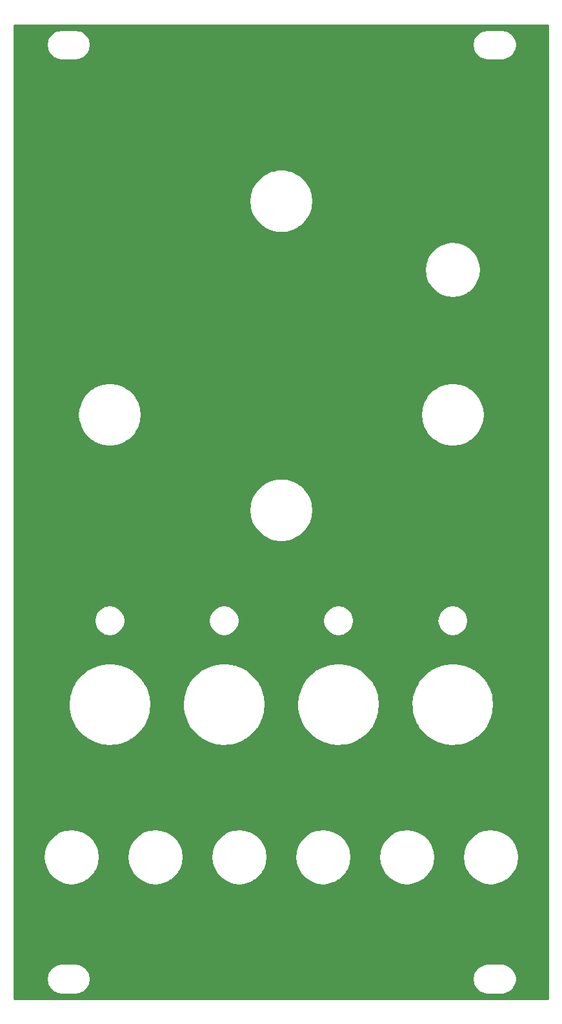
<source format=gbl>
G04 #@! TF.GenerationSoftware,KiCad,Pcbnew,(5.0.0-rc2)*
G04 #@! TF.CreationDate,2020-07-08T18:21:40+03:00*
G04 #@! TF.ProjectId,DELPNL2,44454C504E4C322E6B696361645F7063,rev?*
G04 #@! TF.SameCoordinates,PX2549e60PY82a7440*
G04 #@! TF.FileFunction,Copper,L2,Bot,Signal*
G04 #@! TF.FilePolarity,Positive*
%FSLAX46Y46*%
G04 Gerber Fmt 4.6, Leading zero omitted, Abs format (unit mm)*
G04 Created by KiCad (PCBNEW (5.0.0-rc2)) date Wed Jul  8 18:21:40 2020*
%MOMM*%
%LPD*%
G01*
G04 APERTURE LIST*
G04 #@! TA.AperFunction,NonConductor*
%ADD10C,0.254000*%
G04 #@! TD*
G04 APERTURE END LIST*
D10*
G36*
X70393000Y407000D02*
X407000Y407000D01*
X407000Y3063669D01*
X4598011Y3063669D01*
X4598011Y2936331D01*
X4676321Y2441905D01*
X4676321Y2441904D01*
X4715670Y2320799D01*
X4942933Y1874770D01*
X5017781Y1771752D01*
X5371752Y1417780D01*
X5474770Y1342933D01*
X5920799Y1115670D01*
X6041904Y1076321D01*
X6528449Y999259D01*
X6559917Y993000D01*
X8440083Y993000D01*
X8471551Y999259D01*
X8958096Y1076321D01*
X9079201Y1115670D01*
X9525230Y1342933D01*
X9628248Y1417781D01*
X9982220Y1771752D01*
X10057067Y1874770D01*
X10284330Y2320799D01*
X10323679Y2441904D01*
X10323679Y2441905D01*
X10401989Y2936331D01*
X10401989Y3063669D01*
X60498011Y3063669D01*
X60498011Y2936331D01*
X60576321Y2441905D01*
X60576321Y2441904D01*
X60615670Y2320799D01*
X60842933Y1874770D01*
X60917781Y1771752D01*
X61271752Y1417780D01*
X61374770Y1342933D01*
X61820799Y1115670D01*
X61941904Y1076321D01*
X62428449Y999259D01*
X62459917Y993000D01*
X64340083Y993000D01*
X64371551Y999259D01*
X64858096Y1076321D01*
X64979201Y1115670D01*
X65425230Y1342933D01*
X65528248Y1417781D01*
X65882220Y1771752D01*
X65957067Y1874770D01*
X66184330Y2320799D01*
X66223679Y2441904D01*
X66223679Y2441905D01*
X66301989Y2936331D01*
X66301989Y3063669D01*
X66223679Y3558096D01*
X66217272Y3577816D01*
X66184330Y3679201D01*
X65957067Y4125230D01*
X65904188Y4198011D01*
X65882220Y4228248D01*
X65528248Y4582219D01*
X65425230Y4657067D01*
X64979201Y4884330D01*
X64858096Y4923679D01*
X64371551Y5000741D01*
X64340083Y5007000D01*
X62459917Y5007000D01*
X62428449Y5000741D01*
X61941904Y4923679D01*
X61820799Y4884330D01*
X61374770Y4657067D01*
X61271752Y4582220D01*
X60917781Y4228248D01*
X60842933Y4125230D01*
X60615670Y3679201D01*
X60576321Y3558096D01*
X60498011Y3063669D01*
X10401989Y3063669D01*
X10323679Y3558096D01*
X10317272Y3577816D01*
X10284330Y3679201D01*
X10057067Y4125230D01*
X10004188Y4198011D01*
X9982220Y4228248D01*
X9628248Y4582219D01*
X9525230Y4657067D01*
X9079201Y4884330D01*
X8958096Y4923679D01*
X8471551Y5000741D01*
X8440083Y5007000D01*
X6559917Y5007000D01*
X6528449Y5000741D01*
X6041904Y4923679D01*
X5920799Y4884330D01*
X5474770Y4657067D01*
X5371752Y4582220D01*
X5017781Y4228248D01*
X4942933Y4125230D01*
X4715670Y3679201D01*
X4676321Y3558096D01*
X4598011Y3063669D01*
X407000Y3063669D01*
X407000Y18948661D01*
X4223358Y18948661D01*
X4303000Y18318229D01*
X4303000Y18284512D01*
X4309129Y18269716D01*
X4326099Y18135382D01*
X4606468Y17365076D01*
X4823044Y17029016D01*
X4850611Y16962463D01*
X4893709Y16919365D01*
X5050529Y16676028D01*
X5636213Y16102484D01*
X5829502Y15983572D01*
X5862463Y15950611D01*
X5925567Y15924472D01*
X6334410Y15672951D01*
X7110418Y15408776D01*
X7925670Y15323090D01*
X8595821Y15403000D01*
X8615488Y15403000D01*
X8623438Y15406293D01*
X8739646Y15420150D01*
X9511891Y15695134D01*
X9871085Y15923086D01*
X9937537Y15950611D01*
X9977622Y15990696D01*
X10204022Y16134374D01*
X10781641Y16716040D01*
X10912693Y16925767D01*
X10949389Y16962463D01*
X10976457Y17027811D01*
X11216038Y17411221D01*
X11485624Y18185366D01*
X11496650Y18283668D01*
X11497000Y18284512D01*
X11497000Y18286785D01*
X11571241Y18948661D01*
X15223358Y18948661D01*
X15303000Y18318229D01*
X15303000Y18284512D01*
X15309129Y18269716D01*
X15326099Y18135382D01*
X15606468Y17365076D01*
X15823044Y17029016D01*
X15850611Y16962463D01*
X15893709Y16919365D01*
X16050529Y16676028D01*
X16636213Y16102484D01*
X16829502Y15983572D01*
X16862463Y15950611D01*
X16925567Y15924472D01*
X17334410Y15672951D01*
X18110418Y15408776D01*
X18925670Y15323090D01*
X19595821Y15403000D01*
X19615488Y15403000D01*
X19623438Y15406293D01*
X19739646Y15420150D01*
X20511891Y15695134D01*
X20871085Y15923086D01*
X20937537Y15950611D01*
X20977622Y15990696D01*
X21204022Y16134374D01*
X21781641Y16716040D01*
X21912693Y16925767D01*
X21949389Y16962463D01*
X21976457Y17027811D01*
X22216038Y17411221D01*
X22485624Y18185366D01*
X22496650Y18283668D01*
X22497000Y18284512D01*
X22497000Y18286785D01*
X22571241Y18948661D01*
X26223358Y18948661D01*
X26303000Y18318229D01*
X26303000Y18284512D01*
X26309129Y18269716D01*
X26326099Y18135382D01*
X26606468Y17365076D01*
X26823044Y17029016D01*
X26850611Y16962463D01*
X26893709Y16919365D01*
X27050529Y16676028D01*
X27636213Y16102484D01*
X27829502Y15983572D01*
X27862463Y15950611D01*
X27925567Y15924472D01*
X28334410Y15672951D01*
X29110418Y15408776D01*
X29925670Y15323090D01*
X30595821Y15403000D01*
X30615488Y15403000D01*
X30623438Y15406293D01*
X30739646Y15420150D01*
X31511891Y15695134D01*
X31871085Y15923086D01*
X31937537Y15950611D01*
X31977622Y15990696D01*
X32204022Y16134374D01*
X32781641Y16716040D01*
X32912693Y16925767D01*
X32949389Y16962463D01*
X32976457Y17027811D01*
X33216038Y17411221D01*
X33485624Y18185366D01*
X33496650Y18283668D01*
X33497000Y18284512D01*
X33497000Y18286785D01*
X33571241Y18948661D01*
X37223358Y18948661D01*
X37303000Y18318229D01*
X37303000Y18284512D01*
X37309129Y18269716D01*
X37326099Y18135382D01*
X37606468Y17365076D01*
X37823044Y17029016D01*
X37850611Y16962463D01*
X37893709Y16919365D01*
X38050529Y16676028D01*
X38636213Y16102484D01*
X38829502Y15983572D01*
X38862463Y15950611D01*
X38925567Y15924472D01*
X39334410Y15672951D01*
X40110418Y15408776D01*
X40925670Y15323090D01*
X41595821Y15403000D01*
X41615488Y15403000D01*
X41623438Y15406293D01*
X41739646Y15420150D01*
X42511891Y15695134D01*
X42871085Y15923086D01*
X42937537Y15950611D01*
X42977622Y15990696D01*
X43204022Y16134374D01*
X43781641Y16716040D01*
X43912693Y16925767D01*
X43949389Y16962463D01*
X43976457Y17027811D01*
X44216038Y17411221D01*
X44485624Y18185366D01*
X44496650Y18283668D01*
X44497000Y18284512D01*
X44497000Y18286785D01*
X44571241Y18948661D01*
X48223358Y18948661D01*
X48303000Y18318229D01*
X48303000Y18284512D01*
X48309129Y18269716D01*
X48326099Y18135382D01*
X48606468Y17365076D01*
X48823044Y17029016D01*
X48850611Y16962463D01*
X48893709Y16919365D01*
X49050529Y16676028D01*
X49636213Y16102484D01*
X49829502Y15983572D01*
X49862463Y15950611D01*
X49925567Y15924472D01*
X50334410Y15672951D01*
X51110418Y15408776D01*
X51925670Y15323090D01*
X52595821Y15403000D01*
X52615488Y15403000D01*
X52623438Y15406293D01*
X52739646Y15420150D01*
X53511891Y15695134D01*
X53871085Y15923086D01*
X53937537Y15950611D01*
X53977622Y15990696D01*
X54204022Y16134374D01*
X54781641Y16716040D01*
X54912693Y16925767D01*
X54949389Y16962463D01*
X54976457Y17027811D01*
X55216038Y17411221D01*
X55485624Y18185366D01*
X55496650Y18283668D01*
X55497000Y18284512D01*
X55497000Y18286785D01*
X55571241Y18948661D01*
X59223358Y18948661D01*
X59303000Y18318229D01*
X59303000Y18284512D01*
X59309129Y18269716D01*
X59326099Y18135382D01*
X59606468Y17365076D01*
X59823044Y17029016D01*
X59850611Y16962463D01*
X59893709Y16919365D01*
X60050529Y16676028D01*
X60636213Y16102484D01*
X60829502Y15983572D01*
X60862463Y15950611D01*
X60925567Y15924472D01*
X61334410Y15672951D01*
X62110418Y15408776D01*
X62925670Y15323090D01*
X63595821Y15403000D01*
X63615488Y15403000D01*
X63623438Y15406293D01*
X63739646Y15420150D01*
X64511891Y15695134D01*
X64871085Y15923086D01*
X64937537Y15950611D01*
X64977622Y15990696D01*
X65204022Y16134374D01*
X65781641Y16716040D01*
X65912693Y16925767D01*
X65949389Y16962463D01*
X65976457Y17027811D01*
X66216038Y17411221D01*
X66485624Y18185366D01*
X66496650Y18283668D01*
X66497000Y18284512D01*
X66497000Y18286785D01*
X66577000Y19000000D01*
X66575566Y19102668D01*
X66497000Y19661695D01*
X66497000Y19715488D01*
X66485557Y19743113D01*
X66461480Y19914433D01*
X66170384Y20680749D01*
X65975969Y20973366D01*
X65949389Y21037537D01*
X65901551Y21085375D01*
X65716745Y21363530D01*
X65123111Y21928841D01*
X64962108Y22024818D01*
X64937537Y22049389D01*
X64882982Y22071986D01*
X64418985Y22348584D01*
X63639364Y22601898D01*
X62822995Y22676194D01*
X62229468Y22597000D01*
X62184512Y22597000D01*
X62163149Y22588151D01*
X62010453Y22567777D01*
X61242123Y22282038D01*
X60928224Y22076628D01*
X60862463Y22049389D01*
X60816766Y22003692D01*
X60556192Y21833177D01*
X59986751Y21243504D01*
X59879522Y21066448D01*
X59850611Y21037537D01*
X59825937Y20977968D01*
X59562102Y20542325D01*
X59303351Y19764491D01*
X59223358Y18948661D01*
X55571241Y18948661D01*
X55577000Y19000000D01*
X55575566Y19102668D01*
X55497000Y19661695D01*
X55497000Y19715488D01*
X55485557Y19743113D01*
X55461480Y19914433D01*
X55170384Y20680749D01*
X54975969Y20973366D01*
X54949389Y21037537D01*
X54901551Y21085375D01*
X54716745Y21363530D01*
X54123111Y21928841D01*
X53962108Y22024818D01*
X53937537Y22049389D01*
X53882982Y22071986D01*
X53418985Y22348584D01*
X52639364Y22601898D01*
X51822995Y22676194D01*
X51229468Y22597000D01*
X51184512Y22597000D01*
X51163149Y22588151D01*
X51010453Y22567777D01*
X50242123Y22282038D01*
X49928224Y22076628D01*
X49862463Y22049389D01*
X49816766Y22003692D01*
X49556192Y21833177D01*
X48986751Y21243504D01*
X48879522Y21066448D01*
X48850611Y21037537D01*
X48825937Y20977968D01*
X48562102Y20542325D01*
X48303351Y19764491D01*
X48223358Y18948661D01*
X44571241Y18948661D01*
X44577000Y19000000D01*
X44575566Y19102668D01*
X44497000Y19661695D01*
X44497000Y19715488D01*
X44485557Y19743113D01*
X44461480Y19914433D01*
X44170384Y20680749D01*
X43975969Y20973366D01*
X43949389Y21037537D01*
X43901551Y21085375D01*
X43716745Y21363530D01*
X43123111Y21928841D01*
X42962108Y22024818D01*
X42937537Y22049389D01*
X42882982Y22071986D01*
X42418985Y22348584D01*
X41639364Y22601898D01*
X40822995Y22676194D01*
X40229468Y22597000D01*
X40184512Y22597000D01*
X40163149Y22588151D01*
X40010453Y22567777D01*
X39242123Y22282038D01*
X38928224Y22076628D01*
X38862463Y22049389D01*
X38816766Y22003692D01*
X38556192Y21833177D01*
X37986751Y21243504D01*
X37879522Y21066448D01*
X37850611Y21037537D01*
X37825937Y20977968D01*
X37562102Y20542325D01*
X37303351Y19764491D01*
X37223358Y18948661D01*
X33571241Y18948661D01*
X33577000Y19000000D01*
X33575566Y19102668D01*
X33497000Y19661695D01*
X33497000Y19715488D01*
X33485557Y19743113D01*
X33461480Y19914433D01*
X33170384Y20680749D01*
X32975969Y20973366D01*
X32949389Y21037537D01*
X32901551Y21085375D01*
X32716745Y21363530D01*
X32123111Y21928841D01*
X31962108Y22024818D01*
X31937537Y22049389D01*
X31882982Y22071986D01*
X31418985Y22348584D01*
X30639364Y22601898D01*
X29822995Y22676194D01*
X29229468Y22597000D01*
X29184512Y22597000D01*
X29163149Y22588151D01*
X29010453Y22567777D01*
X28242123Y22282038D01*
X27928224Y22076628D01*
X27862463Y22049389D01*
X27816766Y22003692D01*
X27556192Y21833177D01*
X26986751Y21243504D01*
X26879522Y21066448D01*
X26850611Y21037537D01*
X26825937Y20977968D01*
X26562102Y20542325D01*
X26303351Y19764491D01*
X26223358Y18948661D01*
X22571241Y18948661D01*
X22577000Y19000000D01*
X22575566Y19102668D01*
X22497000Y19661695D01*
X22497000Y19715488D01*
X22485557Y19743113D01*
X22461480Y19914433D01*
X22170384Y20680749D01*
X21975969Y20973366D01*
X21949389Y21037537D01*
X21901551Y21085375D01*
X21716745Y21363530D01*
X21123111Y21928841D01*
X20962108Y22024818D01*
X20937537Y22049389D01*
X20882982Y22071986D01*
X20418985Y22348584D01*
X19639364Y22601898D01*
X18822995Y22676194D01*
X18229468Y22597000D01*
X18184512Y22597000D01*
X18163149Y22588151D01*
X18010453Y22567777D01*
X17242123Y22282038D01*
X16928224Y22076628D01*
X16862463Y22049389D01*
X16816766Y22003692D01*
X16556192Y21833177D01*
X15986751Y21243504D01*
X15879522Y21066448D01*
X15850611Y21037537D01*
X15825937Y20977968D01*
X15562102Y20542325D01*
X15303351Y19764491D01*
X15223358Y18948661D01*
X11571241Y18948661D01*
X11577000Y19000000D01*
X11575566Y19102668D01*
X11497000Y19661695D01*
X11497000Y19715488D01*
X11485557Y19743113D01*
X11461480Y19914433D01*
X11170384Y20680749D01*
X10975969Y20973366D01*
X10949389Y21037537D01*
X10901551Y21085375D01*
X10716745Y21363530D01*
X10123111Y21928841D01*
X9962108Y22024818D01*
X9937537Y22049389D01*
X9882982Y22071986D01*
X9418985Y22348584D01*
X8639364Y22601898D01*
X7822995Y22676194D01*
X7229468Y22597000D01*
X7184512Y22597000D01*
X7163149Y22588151D01*
X7010453Y22567777D01*
X6242123Y22282038D01*
X5928224Y22076628D01*
X5862463Y22049389D01*
X5816766Y22003692D01*
X5556192Y21833177D01*
X4986751Y21243504D01*
X4879522Y21066448D01*
X4850611Y21037537D01*
X4825937Y20977968D01*
X4562102Y20542325D01*
X4303351Y19764491D01*
X4223358Y18948661D01*
X407000Y18948661D01*
X407000Y39340764D01*
X7483709Y39340764D01*
X7508966Y38376236D01*
X7553000Y38163604D01*
X7553000Y37936416D01*
X7647089Y37709265D01*
X7704627Y37431424D01*
X8064508Y36536194D01*
X8266113Y36214807D01*
X8367032Y35971168D01*
X8506328Y35831872D01*
X8577232Y35718841D01*
X9226594Y35005201D01*
X9683910Y34654290D01*
X9871168Y34467032D01*
X10000686Y34413384D01*
X10849458Y33975300D01*
X11661209Y33725573D01*
X11836416Y33653000D01*
X12090579Y33653000D01*
X12729534Y33575678D01*
X13692793Y33631219D01*
X13783517Y33653000D01*
X13963584Y33653000D01*
X14211842Y33755832D01*
X14630992Y33856461D01*
X15514477Y34244284D01*
X15712789Y34377544D01*
X15928832Y34467032D01*
X16098594Y34636794D01*
X16315322Y34782429D01*
X17008212Y35453886D01*
X17244460Y35782660D01*
X17432968Y35971168D01*
X17505167Y36145472D01*
X17571247Y36237432D01*
X17986629Y37108299D01*
X18147386Y37695927D01*
X18247000Y37936416D01*
X18247000Y38103613D01*
X18327000Y39000000D01*
X18319562Y39284027D01*
X18311488Y39340764D01*
X22483709Y39340764D01*
X22508966Y38376236D01*
X22553000Y38163604D01*
X22553000Y37936416D01*
X22647089Y37709265D01*
X22704627Y37431424D01*
X23064508Y36536194D01*
X23266113Y36214807D01*
X23367032Y35971168D01*
X23506328Y35831872D01*
X23577232Y35718841D01*
X24226594Y35005201D01*
X24683910Y34654290D01*
X24871168Y34467032D01*
X25000686Y34413384D01*
X25849458Y33975300D01*
X26661209Y33725573D01*
X26836416Y33653000D01*
X27090579Y33653000D01*
X27729534Y33575678D01*
X28692793Y33631219D01*
X28783517Y33653000D01*
X28963584Y33653000D01*
X29211842Y33755832D01*
X29630992Y33856461D01*
X30514477Y34244284D01*
X30712789Y34377544D01*
X30928832Y34467032D01*
X31098594Y34636794D01*
X31315322Y34782429D01*
X32008212Y35453886D01*
X32244460Y35782660D01*
X32432968Y35971168D01*
X32505167Y36145472D01*
X32571247Y36237432D01*
X32986629Y37108299D01*
X33147386Y37695927D01*
X33247000Y37936416D01*
X33247000Y38103613D01*
X33327000Y39000000D01*
X33319562Y39284027D01*
X33311488Y39340764D01*
X37483709Y39340764D01*
X37508966Y38376236D01*
X37553000Y38163604D01*
X37553000Y37936416D01*
X37647089Y37709265D01*
X37704627Y37431424D01*
X38064508Y36536194D01*
X38266113Y36214807D01*
X38367032Y35971168D01*
X38506328Y35831872D01*
X38577232Y35718841D01*
X39226594Y35005201D01*
X39683910Y34654290D01*
X39871168Y34467032D01*
X40000686Y34413384D01*
X40849458Y33975300D01*
X41661209Y33725573D01*
X41836416Y33653000D01*
X42090579Y33653000D01*
X42729534Y33575678D01*
X43692793Y33631219D01*
X43783517Y33653000D01*
X43963584Y33653000D01*
X44211842Y33755832D01*
X44630992Y33856461D01*
X45514477Y34244284D01*
X45712789Y34377544D01*
X45928832Y34467032D01*
X46098594Y34636794D01*
X46315322Y34782429D01*
X47008212Y35453886D01*
X47244460Y35782660D01*
X47432968Y35971168D01*
X47505167Y36145472D01*
X47571247Y36237432D01*
X47986629Y37108299D01*
X48147386Y37695927D01*
X48247000Y37936416D01*
X48247000Y38103613D01*
X48327000Y39000000D01*
X48319562Y39284027D01*
X48311488Y39340764D01*
X52483709Y39340764D01*
X52508966Y38376236D01*
X52553000Y38163604D01*
X52553000Y37936416D01*
X52647089Y37709265D01*
X52704627Y37431424D01*
X53064508Y36536194D01*
X53266113Y36214807D01*
X53367032Y35971168D01*
X53506328Y35831872D01*
X53577232Y35718841D01*
X54226594Y35005201D01*
X54683910Y34654290D01*
X54871168Y34467032D01*
X55000686Y34413384D01*
X55849458Y33975300D01*
X56661209Y33725573D01*
X56836416Y33653000D01*
X57090579Y33653000D01*
X57729534Y33575678D01*
X58692793Y33631219D01*
X58783517Y33653000D01*
X58963584Y33653000D01*
X59211842Y33755832D01*
X59630992Y33856461D01*
X60514477Y34244284D01*
X60712789Y34377544D01*
X60928832Y34467032D01*
X61098594Y34636794D01*
X61315322Y34782429D01*
X62008212Y35453886D01*
X62244460Y35782660D01*
X62432968Y35971168D01*
X62505167Y36145472D01*
X62571247Y36237432D01*
X62986629Y37108299D01*
X63147386Y37695927D01*
X63247000Y37936416D01*
X63247000Y38103613D01*
X63327000Y39000000D01*
X63319562Y39284027D01*
X63247000Y39793877D01*
X63247000Y40063584D01*
X63188523Y40204760D01*
X63183613Y40239260D01*
X62880654Y41155322D01*
X62518521Y41822289D01*
X62432968Y42028832D01*
X62266036Y42195764D01*
X61816993Y42756261D01*
X61089911Y43390535D01*
X61043472Y43418328D01*
X60928832Y43532968D01*
X60679045Y43636433D01*
X60261999Y43886030D01*
X59359428Y44227083D01*
X59166978Y44262752D01*
X58963584Y44347000D01*
X58712416Y44347000D01*
X58410726Y44402915D01*
X57445880Y44407967D01*
X57096556Y44347000D01*
X56836416Y44347000D01*
X56646992Y44268538D01*
X56495389Y44242079D01*
X55589296Y43910496D01*
X55118680Y43635491D01*
X54871168Y43532968D01*
X54769853Y43431653D01*
X54756241Y43423699D01*
X54022557Y42797073D01*
X53514283Y42176083D01*
X53367032Y42028832D01*
X53272823Y41801392D01*
X52942189Y41207360D01*
X52629654Y40294521D01*
X52618521Y40221765D01*
X52553000Y40063584D01*
X52553000Y39793584D01*
X52483709Y39340764D01*
X48311488Y39340764D01*
X48247000Y39793877D01*
X48247000Y40063584D01*
X48188523Y40204760D01*
X48183613Y40239260D01*
X47880654Y41155322D01*
X47518521Y41822289D01*
X47432968Y42028832D01*
X47266036Y42195764D01*
X46816993Y42756261D01*
X46089911Y43390535D01*
X46043472Y43418328D01*
X45928832Y43532968D01*
X45679045Y43636433D01*
X45261999Y43886030D01*
X44359428Y44227083D01*
X44166978Y44262752D01*
X43963584Y44347000D01*
X43712416Y44347000D01*
X43410726Y44402915D01*
X42445880Y44407967D01*
X42096556Y44347000D01*
X41836416Y44347000D01*
X41646992Y44268538D01*
X41495389Y44242079D01*
X40589296Y43910496D01*
X40118680Y43635491D01*
X39871168Y43532968D01*
X39769853Y43431653D01*
X39756241Y43423699D01*
X39022557Y42797073D01*
X38514283Y42176083D01*
X38367032Y42028832D01*
X38272823Y41801392D01*
X37942189Y41207360D01*
X37629654Y40294521D01*
X37618521Y40221765D01*
X37553000Y40063584D01*
X37553000Y39793584D01*
X37483709Y39340764D01*
X33311488Y39340764D01*
X33247000Y39793877D01*
X33247000Y40063584D01*
X33188523Y40204760D01*
X33183613Y40239260D01*
X32880654Y41155322D01*
X32518521Y41822289D01*
X32432968Y42028832D01*
X32266036Y42195764D01*
X31816993Y42756261D01*
X31089911Y43390535D01*
X31043472Y43418328D01*
X30928832Y43532968D01*
X30679045Y43636433D01*
X30261999Y43886030D01*
X29359428Y44227083D01*
X29166978Y44262752D01*
X28963584Y44347000D01*
X28712416Y44347000D01*
X28410726Y44402915D01*
X27445880Y44407967D01*
X27096556Y44347000D01*
X26836416Y44347000D01*
X26646992Y44268538D01*
X26495389Y44242079D01*
X25589296Y43910496D01*
X25118680Y43635491D01*
X24871168Y43532968D01*
X24769853Y43431653D01*
X24756241Y43423699D01*
X24022557Y42797073D01*
X23514283Y42176083D01*
X23367032Y42028832D01*
X23272823Y41801392D01*
X22942189Y41207360D01*
X22629654Y40294521D01*
X22618521Y40221765D01*
X22553000Y40063584D01*
X22553000Y39793584D01*
X22483709Y39340764D01*
X18311488Y39340764D01*
X18247000Y39793877D01*
X18247000Y40063584D01*
X18188523Y40204760D01*
X18183613Y40239260D01*
X17880654Y41155322D01*
X17518521Y41822289D01*
X17432968Y42028832D01*
X17266036Y42195764D01*
X16816993Y42756261D01*
X16089911Y43390535D01*
X16043472Y43418328D01*
X15928832Y43532968D01*
X15679045Y43636433D01*
X15261999Y43886030D01*
X14359428Y44227083D01*
X14166978Y44262752D01*
X13963584Y44347000D01*
X13712416Y44347000D01*
X13410726Y44402915D01*
X12445880Y44407967D01*
X12096556Y44347000D01*
X11836416Y44347000D01*
X11646992Y44268538D01*
X11495389Y44242079D01*
X10589296Y43910496D01*
X10118680Y43635491D01*
X9871168Y43532968D01*
X9769853Y43431653D01*
X9756241Y43423699D01*
X9022557Y42797073D01*
X8514283Y42176083D01*
X8367032Y42028832D01*
X8272823Y41801392D01*
X7942189Y41207360D01*
X7629654Y40294521D01*
X7618521Y40221765D01*
X7553000Y40063584D01*
X7553000Y39793584D01*
X7483709Y39340764D01*
X407000Y39340764D01*
X407000Y50000000D01*
X10873000Y50000000D01*
X10972208Y49373623D01*
X11260123Y48808559D01*
X11708559Y48360123D01*
X12273623Y48072208D01*
X12900000Y47973000D01*
X13526377Y48072208D01*
X14091441Y48360123D01*
X14539877Y48808559D01*
X14827792Y49373623D01*
X14927000Y50000000D01*
X25873000Y50000000D01*
X25972208Y49373623D01*
X26260123Y48808559D01*
X26708559Y48360123D01*
X27273623Y48072208D01*
X27900000Y47973000D01*
X28526377Y48072208D01*
X29091441Y48360123D01*
X29539877Y48808559D01*
X29827792Y49373623D01*
X29927000Y50000000D01*
X40873000Y50000000D01*
X40972208Y49373623D01*
X41260123Y48808559D01*
X41708559Y48360123D01*
X42273623Y48072208D01*
X42900000Y47973000D01*
X43526377Y48072208D01*
X44091441Y48360123D01*
X44539877Y48808559D01*
X44827792Y49373623D01*
X44927000Y50000000D01*
X55873000Y50000000D01*
X55972208Y49373623D01*
X56260123Y48808559D01*
X56708559Y48360123D01*
X57273623Y48072208D01*
X57900000Y47973000D01*
X58526377Y48072208D01*
X59091441Y48360123D01*
X59539877Y48808559D01*
X59827792Y49373623D01*
X59927000Y50000000D01*
X59827792Y50626377D01*
X59539877Y51191441D01*
X59091441Y51639877D01*
X58526377Y51927792D01*
X57900000Y52027000D01*
X57273623Y51927792D01*
X56708559Y51639877D01*
X56260123Y51191441D01*
X55972208Y50626377D01*
X55873000Y50000000D01*
X44927000Y50000000D01*
X44827792Y50626377D01*
X44539877Y51191441D01*
X44091441Y51639877D01*
X43526377Y51927792D01*
X42900000Y52027000D01*
X42273623Y51927792D01*
X41708559Y51639877D01*
X41260123Y51191441D01*
X40972208Y50626377D01*
X40873000Y50000000D01*
X29927000Y50000000D01*
X29827792Y50626377D01*
X29539877Y51191441D01*
X29091441Y51639877D01*
X28526377Y51927792D01*
X27900000Y52027000D01*
X27273623Y51927792D01*
X26708559Y51639877D01*
X26260123Y51191441D01*
X25972208Y50626377D01*
X25873000Y50000000D01*
X14927000Y50000000D01*
X14827792Y50626377D01*
X14539877Y51191441D01*
X14091441Y51639877D01*
X13526377Y51927792D01*
X12900000Y52027000D01*
X12273623Y51927792D01*
X11708559Y51639877D01*
X11260123Y51191441D01*
X10972208Y50626377D01*
X10873000Y50000000D01*
X407000Y50000000D01*
X407000Y64500000D01*
X31223000Y64500000D01*
X31303000Y63738847D01*
X31303000Y63685056D01*
X31310576Y63666766D01*
X31314277Y63631553D01*
X31584121Y62801061D01*
X31885089Y62279769D01*
X31926731Y62179236D01*
X31965535Y62140432D01*
X32020736Y62044821D01*
X32605041Y61395884D01*
X32989166Y61116801D01*
X33079236Y61026731D01*
X33158097Y60994066D01*
X33311500Y60882612D01*
X34109236Y60527437D01*
X34469522Y60450856D01*
X34585056Y60403000D01*
X34694666Y60403000D01*
X34963385Y60345882D01*
X35836615Y60345882D01*
X36105334Y60403000D01*
X36214944Y60403000D01*
X36330478Y60450856D01*
X36690764Y60527437D01*
X37488500Y60882612D01*
X37641903Y60994066D01*
X37720764Y61026731D01*
X37810834Y61116801D01*
X38194959Y61395884D01*
X38779264Y62044821D01*
X38834465Y62140432D01*
X38873269Y62179236D01*
X38914911Y62279769D01*
X39215879Y62801061D01*
X39485723Y63631553D01*
X39489424Y63666766D01*
X39497000Y63685056D01*
X39497000Y63738847D01*
X39577000Y64500000D01*
X39497000Y65261153D01*
X39497000Y65314944D01*
X39489424Y65333234D01*
X39485723Y65368447D01*
X39215879Y66198939D01*
X38914911Y66720231D01*
X38873269Y66820764D01*
X38834465Y66859568D01*
X38779264Y66955179D01*
X38194959Y67604116D01*
X37810834Y67883199D01*
X37720764Y67973269D01*
X37641903Y68005934D01*
X37488500Y68117388D01*
X36690764Y68472563D01*
X36330478Y68549144D01*
X36214944Y68597000D01*
X36105334Y68597000D01*
X35836615Y68654118D01*
X34963385Y68654118D01*
X34694666Y68597000D01*
X34585056Y68597000D01*
X34469522Y68549144D01*
X34109236Y68472563D01*
X33311500Y68117388D01*
X33158097Y68005934D01*
X33079236Y67973269D01*
X32989166Y67883199D01*
X32605041Y67604116D01*
X32020736Y66955179D01*
X31965535Y66859568D01*
X31926731Y66820764D01*
X31885089Y66720231D01*
X31584121Y66198939D01*
X31314277Y65368447D01*
X31310576Y65333234D01*
X31303000Y65314944D01*
X31303000Y65261153D01*
X31223000Y64500000D01*
X407000Y64500000D01*
X407000Y77000000D01*
X8723000Y77000000D01*
X8803000Y76238847D01*
X8803000Y76185056D01*
X8810576Y76166766D01*
X8814277Y76131553D01*
X9084121Y75301061D01*
X9385089Y74779769D01*
X9426731Y74679236D01*
X9465535Y74640432D01*
X9520736Y74544821D01*
X10105041Y73895884D01*
X10489166Y73616801D01*
X10579236Y73526731D01*
X10658097Y73494066D01*
X10811500Y73382612D01*
X11609236Y73027437D01*
X11969522Y72950856D01*
X12085056Y72903000D01*
X12194666Y72903000D01*
X12463385Y72845882D01*
X13336615Y72845882D01*
X13605334Y72903000D01*
X13714944Y72903000D01*
X13830478Y72950856D01*
X14190764Y73027437D01*
X14988500Y73382612D01*
X15141903Y73494066D01*
X15220764Y73526731D01*
X15310834Y73616801D01*
X15694959Y73895884D01*
X16279264Y74544821D01*
X16334465Y74640432D01*
X16373269Y74679236D01*
X16414911Y74779769D01*
X16715879Y75301061D01*
X16985723Y76131553D01*
X16989424Y76166766D01*
X16997000Y76185056D01*
X16997000Y76238847D01*
X17077000Y77000000D01*
X53723000Y77000000D01*
X53803000Y76238847D01*
X53803000Y76185056D01*
X53810576Y76166766D01*
X53814277Y76131553D01*
X54084121Y75301061D01*
X54385089Y74779769D01*
X54426731Y74679236D01*
X54465535Y74640432D01*
X54520736Y74544821D01*
X55105041Y73895884D01*
X55489166Y73616801D01*
X55579236Y73526731D01*
X55658097Y73494066D01*
X55811500Y73382612D01*
X56609236Y73027437D01*
X56969522Y72950856D01*
X57085056Y72903000D01*
X57194666Y72903000D01*
X57463385Y72845882D01*
X58336615Y72845882D01*
X58605334Y72903000D01*
X58714944Y72903000D01*
X58830478Y72950856D01*
X59190764Y73027437D01*
X59988500Y73382612D01*
X60141903Y73494066D01*
X60220764Y73526731D01*
X60310834Y73616801D01*
X60694959Y73895884D01*
X61279264Y74544821D01*
X61334465Y74640432D01*
X61373269Y74679236D01*
X61414911Y74779769D01*
X61715879Y75301061D01*
X61985723Y76131553D01*
X61989424Y76166766D01*
X61997000Y76185056D01*
X61997000Y76238847D01*
X62077000Y77000000D01*
X61997000Y77761153D01*
X61997000Y77814944D01*
X61989424Y77833234D01*
X61985723Y77868447D01*
X61715879Y78698939D01*
X61414911Y79220231D01*
X61373269Y79320764D01*
X61334465Y79359568D01*
X61279264Y79455179D01*
X60694959Y80104116D01*
X60310834Y80383199D01*
X60220764Y80473269D01*
X60141903Y80505934D01*
X59988500Y80617388D01*
X59190764Y80972563D01*
X58830478Y81049144D01*
X58714944Y81097000D01*
X58605334Y81097000D01*
X58336615Y81154118D01*
X57463385Y81154118D01*
X57194666Y81097000D01*
X57085056Y81097000D01*
X56969522Y81049144D01*
X56609236Y80972563D01*
X55811500Y80617388D01*
X55658097Y80505934D01*
X55579236Y80473269D01*
X55489166Y80383199D01*
X55105041Y80104116D01*
X54520736Y79455179D01*
X54465535Y79359568D01*
X54426731Y79320764D01*
X54385089Y79220231D01*
X54084121Y78698939D01*
X53814277Y77868447D01*
X53810576Y77833234D01*
X53803000Y77814944D01*
X53803000Y77761153D01*
X53723000Y77000000D01*
X17077000Y77000000D01*
X16997000Y77761153D01*
X16997000Y77814944D01*
X16989424Y77833234D01*
X16985723Y77868447D01*
X16715879Y78698939D01*
X16414911Y79220231D01*
X16373269Y79320764D01*
X16334465Y79359568D01*
X16279264Y79455179D01*
X15694959Y80104116D01*
X15310834Y80383199D01*
X15220764Y80473269D01*
X15141903Y80505934D01*
X14988500Y80617388D01*
X14190764Y80972563D01*
X13830478Y81049144D01*
X13714944Y81097000D01*
X13605334Y81097000D01*
X13336615Y81154118D01*
X12463385Y81154118D01*
X12194666Y81097000D01*
X12085056Y81097000D01*
X11969522Y81049144D01*
X11609236Y80972563D01*
X10811500Y80617388D01*
X10658097Y80505934D01*
X10579236Y80473269D01*
X10489166Y80383199D01*
X10105041Y80104116D01*
X9520736Y79455179D01*
X9465535Y79359568D01*
X9426731Y79320764D01*
X9385089Y79220231D01*
X9084121Y78698939D01*
X8814277Y77868447D01*
X8810576Y77833234D01*
X8803000Y77814944D01*
X8803000Y77761153D01*
X8723000Y77000000D01*
X407000Y77000000D01*
X407000Y95948661D01*
X54223358Y95948661D01*
X54303000Y95318229D01*
X54303000Y95284512D01*
X54309129Y95269716D01*
X54326099Y95135382D01*
X54606468Y94365076D01*
X54823044Y94029016D01*
X54850611Y93962463D01*
X54893709Y93919365D01*
X55050529Y93676028D01*
X55636213Y93102484D01*
X55829502Y92983572D01*
X55862463Y92950611D01*
X55925567Y92924472D01*
X56334410Y92672951D01*
X57110418Y92408776D01*
X57925670Y92323090D01*
X58595821Y92403000D01*
X58615488Y92403000D01*
X58623438Y92406293D01*
X58739646Y92420150D01*
X59511891Y92695134D01*
X59871085Y92923086D01*
X59937537Y92950611D01*
X59977622Y92990696D01*
X60204022Y93134374D01*
X60781641Y93716040D01*
X60912693Y93925767D01*
X60949389Y93962463D01*
X60976457Y94027811D01*
X61216038Y94411221D01*
X61485624Y95185366D01*
X61496650Y95283668D01*
X61497000Y95284512D01*
X61497000Y95286785D01*
X61577000Y96000000D01*
X61575566Y96102668D01*
X61497000Y96661695D01*
X61497000Y96715488D01*
X61485557Y96743113D01*
X61461480Y96914433D01*
X61170384Y97680749D01*
X60975969Y97973366D01*
X60949389Y98037537D01*
X60901551Y98085375D01*
X60716745Y98363530D01*
X60123111Y98928841D01*
X59962108Y99024818D01*
X59937537Y99049389D01*
X59882982Y99071986D01*
X59418985Y99348584D01*
X58639364Y99601898D01*
X57822995Y99676194D01*
X57229468Y99597000D01*
X57184512Y99597000D01*
X57163149Y99588151D01*
X57010453Y99567777D01*
X56242123Y99282038D01*
X55928224Y99076628D01*
X55862463Y99049389D01*
X55816766Y99003692D01*
X55556192Y98833177D01*
X54986751Y98243504D01*
X54879522Y98066448D01*
X54850611Y98037537D01*
X54825937Y97977968D01*
X54562102Y97542325D01*
X54303351Y96764491D01*
X54223358Y95948661D01*
X407000Y95948661D01*
X407000Y105000000D01*
X31223000Y105000000D01*
X31303000Y104238847D01*
X31303000Y104185056D01*
X31310576Y104166766D01*
X31314277Y104131553D01*
X31584121Y103301061D01*
X31885089Y102779769D01*
X31926731Y102679236D01*
X31965535Y102640432D01*
X32020736Y102544821D01*
X32605041Y101895884D01*
X32989166Y101616801D01*
X33079236Y101526731D01*
X33158097Y101494066D01*
X33311500Y101382612D01*
X34109236Y101027437D01*
X34469522Y100950856D01*
X34585056Y100903000D01*
X34694666Y100903000D01*
X34963385Y100845882D01*
X35836615Y100845882D01*
X36105334Y100903000D01*
X36214944Y100903000D01*
X36330478Y100950856D01*
X36690764Y101027437D01*
X37488500Y101382612D01*
X37641903Y101494066D01*
X37720764Y101526731D01*
X37810834Y101616801D01*
X38194959Y101895884D01*
X38779264Y102544821D01*
X38834465Y102640432D01*
X38873269Y102679236D01*
X38914911Y102779769D01*
X39215879Y103301061D01*
X39485723Y104131553D01*
X39489424Y104166766D01*
X39497000Y104185056D01*
X39497000Y104238847D01*
X39577000Y105000000D01*
X39497000Y105761153D01*
X39497000Y105814944D01*
X39489424Y105833234D01*
X39485723Y105868447D01*
X39215879Y106698939D01*
X38914911Y107220231D01*
X38873269Y107320764D01*
X38834465Y107359568D01*
X38779264Y107455179D01*
X38194959Y108104116D01*
X37810834Y108383199D01*
X37720764Y108473269D01*
X37641903Y108505934D01*
X37488500Y108617388D01*
X36690764Y108972563D01*
X36330478Y109049144D01*
X36214944Y109097000D01*
X36105334Y109097000D01*
X35836615Y109154118D01*
X34963385Y109154118D01*
X34694666Y109097000D01*
X34585056Y109097000D01*
X34469522Y109049144D01*
X34109236Y108972563D01*
X33311500Y108617388D01*
X33158097Y108505934D01*
X33079236Y108473269D01*
X32989166Y108383199D01*
X32605041Y108104116D01*
X32020736Y107455179D01*
X31965535Y107359568D01*
X31926731Y107320764D01*
X31885089Y107220231D01*
X31584121Y106698939D01*
X31314277Y105868447D01*
X31310576Y105833234D01*
X31303000Y105814944D01*
X31303000Y105761153D01*
X31223000Y105000000D01*
X407000Y105000000D01*
X407000Y125563669D01*
X4598011Y125563669D01*
X4598011Y125436331D01*
X4676321Y124941905D01*
X4676321Y124941904D01*
X4715670Y124820799D01*
X4942933Y124374770D01*
X5017781Y124271752D01*
X5371752Y123917780D01*
X5474770Y123842933D01*
X5920799Y123615670D01*
X6041904Y123576321D01*
X6528449Y123499259D01*
X6559917Y123493000D01*
X8440083Y123493000D01*
X8471551Y123499259D01*
X8958096Y123576321D01*
X9079201Y123615670D01*
X9525230Y123842933D01*
X9628248Y123917781D01*
X9982220Y124271752D01*
X10057067Y124374770D01*
X10284330Y124820799D01*
X10323679Y124941904D01*
X10323679Y124941905D01*
X10401989Y125436331D01*
X10401989Y125563669D01*
X60498011Y125563669D01*
X60498011Y125436331D01*
X60576321Y124941905D01*
X60576321Y124941904D01*
X60615670Y124820799D01*
X60842933Y124374770D01*
X60917781Y124271752D01*
X61271752Y123917780D01*
X61374770Y123842933D01*
X61820799Y123615670D01*
X61941904Y123576321D01*
X62428449Y123499259D01*
X62459917Y123493000D01*
X64340083Y123493000D01*
X64371551Y123499259D01*
X64858096Y123576321D01*
X64979201Y123615670D01*
X65425230Y123842933D01*
X65528248Y123917781D01*
X65882220Y124271752D01*
X65957067Y124374770D01*
X66184330Y124820799D01*
X66223679Y124941904D01*
X66223679Y124941905D01*
X66301989Y125436331D01*
X66301989Y125563669D01*
X66223679Y126058096D01*
X66217272Y126077816D01*
X66184330Y126179201D01*
X65957067Y126625230D01*
X65904188Y126698011D01*
X65882220Y126728248D01*
X65528248Y127082219D01*
X65425230Y127157067D01*
X64979201Y127384330D01*
X64858096Y127423679D01*
X64371551Y127500741D01*
X64340083Y127507000D01*
X62459917Y127507000D01*
X62428449Y127500741D01*
X61941904Y127423679D01*
X61820799Y127384330D01*
X61374770Y127157067D01*
X61271752Y127082220D01*
X60917781Y126728248D01*
X60842933Y126625230D01*
X60615670Y126179201D01*
X60576321Y126058096D01*
X60498011Y125563669D01*
X10401989Y125563669D01*
X10323679Y126058096D01*
X10317272Y126077816D01*
X10284330Y126179201D01*
X10057067Y126625230D01*
X10004188Y126698011D01*
X9982220Y126728248D01*
X9628248Y127082219D01*
X9525230Y127157067D01*
X9079201Y127384330D01*
X8958096Y127423679D01*
X8471551Y127500741D01*
X8440083Y127507000D01*
X6559917Y127507000D01*
X6528449Y127500741D01*
X6041904Y127423679D01*
X5920799Y127384330D01*
X5474770Y127157067D01*
X5371752Y127082220D01*
X5017781Y126728248D01*
X4942933Y126625230D01*
X4715670Y126179201D01*
X4676321Y126058096D01*
X4598011Y125563669D01*
X407000Y125563669D01*
X406999Y128093000D01*
X70393001Y128093000D01*
X70393000Y407000D01*
X70393000Y407000D01*
G37*
X70393000Y407000D02*
X407000Y407000D01*
X407000Y3063669D01*
X4598011Y3063669D01*
X4598011Y2936331D01*
X4676321Y2441905D01*
X4676321Y2441904D01*
X4715670Y2320799D01*
X4942933Y1874770D01*
X5017781Y1771752D01*
X5371752Y1417780D01*
X5474770Y1342933D01*
X5920799Y1115670D01*
X6041904Y1076321D01*
X6528449Y999259D01*
X6559917Y993000D01*
X8440083Y993000D01*
X8471551Y999259D01*
X8958096Y1076321D01*
X9079201Y1115670D01*
X9525230Y1342933D01*
X9628248Y1417781D01*
X9982220Y1771752D01*
X10057067Y1874770D01*
X10284330Y2320799D01*
X10323679Y2441904D01*
X10323679Y2441905D01*
X10401989Y2936331D01*
X10401989Y3063669D01*
X60498011Y3063669D01*
X60498011Y2936331D01*
X60576321Y2441905D01*
X60576321Y2441904D01*
X60615670Y2320799D01*
X60842933Y1874770D01*
X60917781Y1771752D01*
X61271752Y1417780D01*
X61374770Y1342933D01*
X61820799Y1115670D01*
X61941904Y1076321D01*
X62428449Y999259D01*
X62459917Y993000D01*
X64340083Y993000D01*
X64371551Y999259D01*
X64858096Y1076321D01*
X64979201Y1115670D01*
X65425230Y1342933D01*
X65528248Y1417781D01*
X65882220Y1771752D01*
X65957067Y1874770D01*
X66184330Y2320799D01*
X66223679Y2441904D01*
X66223679Y2441905D01*
X66301989Y2936331D01*
X66301989Y3063669D01*
X66223679Y3558096D01*
X66217272Y3577816D01*
X66184330Y3679201D01*
X65957067Y4125230D01*
X65904188Y4198011D01*
X65882220Y4228248D01*
X65528248Y4582219D01*
X65425230Y4657067D01*
X64979201Y4884330D01*
X64858096Y4923679D01*
X64371551Y5000741D01*
X64340083Y5007000D01*
X62459917Y5007000D01*
X62428449Y5000741D01*
X61941904Y4923679D01*
X61820799Y4884330D01*
X61374770Y4657067D01*
X61271752Y4582220D01*
X60917781Y4228248D01*
X60842933Y4125230D01*
X60615670Y3679201D01*
X60576321Y3558096D01*
X60498011Y3063669D01*
X10401989Y3063669D01*
X10323679Y3558096D01*
X10317272Y3577816D01*
X10284330Y3679201D01*
X10057067Y4125230D01*
X10004188Y4198011D01*
X9982220Y4228248D01*
X9628248Y4582219D01*
X9525230Y4657067D01*
X9079201Y4884330D01*
X8958096Y4923679D01*
X8471551Y5000741D01*
X8440083Y5007000D01*
X6559917Y5007000D01*
X6528449Y5000741D01*
X6041904Y4923679D01*
X5920799Y4884330D01*
X5474770Y4657067D01*
X5371752Y4582220D01*
X5017781Y4228248D01*
X4942933Y4125230D01*
X4715670Y3679201D01*
X4676321Y3558096D01*
X4598011Y3063669D01*
X407000Y3063669D01*
X407000Y18948661D01*
X4223358Y18948661D01*
X4303000Y18318229D01*
X4303000Y18284512D01*
X4309129Y18269716D01*
X4326099Y18135382D01*
X4606468Y17365076D01*
X4823044Y17029016D01*
X4850611Y16962463D01*
X4893709Y16919365D01*
X5050529Y16676028D01*
X5636213Y16102484D01*
X5829502Y15983572D01*
X5862463Y15950611D01*
X5925567Y15924472D01*
X6334410Y15672951D01*
X7110418Y15408776D01*
X7925670Y15323090D01*
X8595821Y15403000D01*
X8615488Y15403000D01*
X8623438Y15406293D01*
X8739646Y15420150D01*
X9511891Y15695134D01*
X9871085Y15923086D01*
X9937537Y15950611D01*
X9977622Y15990696D01*
X10204022Y16134374D01*
X10781641Y16716040D01*
X10912693Y16925767D01*
X10949389Y16962463D01*
X10976457Y17027811D01*
X11216038Y17411221D01*
X11485624Y18185366D01*
X11496650Y18283668D01*
X11497000Y18284512D01*
X11497000Y18286785D01*
X11571241Y18948661D01*
X15223358Y18948661D01*
X15303000Y18318229D01*
X15303000Y18284512D01*
X15309129Y18269716D01*
X15326099Y18135382D01*
X15606468Y17365076D01*
X15823044Y17029016D01*
X15850611Y16962463D01*
X15893709Y16919365D01*
X16050529Y16676028D01*
X16636213Y16102484D01*
X16829502Y15983572D01*
X16862463Y15950611D01*
X16925567Y15924472D01*
X17334410Y15672951D01*
X18110418Y15408776D01*
X18925670Y15323090D01*
X19595821Y15403000D01*
X19615488Y15403000D01*
X19623438Y15406293D01*
X19739646Y15420150D01*
X20511891Y15695134D01*
X20871085Y15923086D01*
X20937537Y15950611D01*
X20977622Y15990696D01*
X21204022Y16134374D01*
X21781641Y16716040D01*
X21912693Y16925767D01*
X21949389Y16962463D01*
X21976457Y17027811D01*
X22216038Y17411221D01*
X22485624Y18185366D01*
X22496650Y18283668D01*
X22497000Y18284512D01*
X22497000Y18286785D01*
X22571241Y18948661D01*
X26223358Y18948661D01*
X26303000Y18318229D01*
X26303000Y18284512D01*
X26309129Y18269716D01*
X26326099Y18135382D01*
X26606468Y17365076D01*
X26823044Y17029016D01*
X26850611Y16962463D01*
X26893709Y16919365D01*
X27050529Y16676028D01*
X27636213Y16102484D01*
X27829502Y15983572D01*
X27862463Y15950611D01*
X27925567Y15924472D01*
X28334410Y15672951D01*
X29110418Y15408776D01*
X29925670Y15323090D01*
X30595821Y15403000D01*
X30615488Y15403000D01*
X30623438Y15406293D01*
X30739646Y15420150D01*
X31511891Y15695134D01*
X31871085Y15923086D01*
X31937537Y15950611D01*
X31977622Y15990696D01*
X32204022Y16134374D01*
X32781641Y16716040D01*
X32912693Y16925767D01*
X32949389Y16962463D01*
X32976457Y17027811D01*
X33216038Y17411221D01*
X33485624Y18185366D01*
X33496650Y18283668D01*
X33497000Y18284512D01*
X33497000Y18286785D01*
X33571241Y18948661D01*
X37223358Y18948661D01*
X37303000Y18318229D01*
X37303000Y18284512D01*
X37309129Y18269716D01*
X37326099Y18135382D01*
X37606468Y17365076D01*
X37823044Y17029016D01*
X37850611Y16962463D01*
X37893709Y16919365D01*
X38050529Y16676028D01*
X38636213Y16102484D01*
X38829502Y15983572D01*
X38862463Y15950611D01*
X38925567Y15924472D01*
X39334410Y15672951D01*
X40110418Y15408776D01*
X40925670Y15323090D01*
X41595821Y15403000D01*
X41615488Y15403000D01*
X41623438Y15406293D01*
X41739646Y15420150D01*
X42511891Y15695134D01*
X42871085Y15923086D01*
X42937537Y15950611D01*
X42977622Y15990696D01*
X43204022Y16134374D01*
X43781641Y16716040D01*
X43912693Y16925767D01*
X43949389Y16962463D01*
X43976457Y17027811D01*
X44216038Y17411221D01*
X44485624Y18185366D01*
X44496650Y18283668D01*
X44497000Y18284512D01*
X44497000Y18286785D01*
X44571241Y18948661D01*
X48223358Y18948661D01*
X48303000Y18318229D01*
X48303000Y18284512D01*
X48309129Y18269716D01*
X48326099Y18135382D01*
X48606468Y17365076D01*
X48823044Y17029016D01*
X48850611Y16962463D01*
X48893709Y16919365D01*
X49050529Y16676028D01*
X49636213Y16102484D01*
X49829502Y15983572D01*
X49862463Y15950611D01*
X49925567Y15924472D01*
X50334410Y15672951D01*
X51110418Y15408776D01*
X51925670Y15323090D01*
X52595821Y15403000D01*
X52615488Y15403000D01*
X52623438Y15406293D01*
X52739646Y15420150D01*
X53511891Y15695134D01*
X53871085Y15923086D01*
X53937537Y15950611D01*
X53977622Y15990696D01*
X54204022Y16134374D01*
X54781641Y16716040D01*
X54912693Y16925767D01*
X54949389Y16962463D01*
X54976457Y17027811D01*
X55216038Y17411221D01*
X55485624Y18185366D01*
X55496650Y18283668D01*
X55497000Y18284512D01*
X55497000Y18286785D01*
X55571241Y18948661D01*
X59223358Y18948661D01*
X59303000Y18318229D01*
X59303000Y18284512D01*
X59309129Y18269716D01*
X59326099Y18135382D01*
X59606468Y17365076D01*
X59823044Y17029016D01*
X59850611Y16962463D01*
X59893709Y16919365D01*
X60050529Y16676028D01*
X60636213Y16102484D01*
X60829502Y15983572D01*
X60862463Y15950611D01*
X60925567Y15924472D01*
X61334410Y15672951D01*
X62110418Y15408776D01*
X62925670Y15323090D01*
X63595821Y15403000D01*
X63615488Y15403000D01*
X63623438Y15406293D01*
X63739646Y15420150D01*
X64511891Y15695134D01*
X64871085Y15923086D01*
X64937537Y15950611D01*
X64977622Y15990696D01*
X65204022Y16134374D01*
X65781641Y16716040D01*
X65912693Y16925767D01*
X65949389Y16962463D01*
X65976457Y17027811D01*
X66216038Y17411221D01*
X66485624Y18185366D01*
X66496650Y18283668D01*
X66497000Y18284512D01*
X66497000Y18286785D01*
X66577000Y19000000D01*
X66575566Y19102668D01*
X66497000Y19661695D01*
X66497000Y19715488D01*
X66485557Y19743113D01*
X66461480Y19914433D01*
X66170384Y20680749D01*
X65975969Y20973366D01*
X65949389Y21037537D01*
X65901551Y21085375D01*
X65716745Y21363530D01*
X65123111Y21928841D01*
X64962108Y22024818D01*
X64937537Y22049389D01*
X64882982Y22071986D01*
X64418985Y22348584D01*
X63639364Y22601898D01*
X62822995Y22676194D01*
X62229468Y22597000D01*
X62184512Y22597000D01*
X62163149Y22588151D01*
X62010453Y22567777D01*
X61242123Y22282038D01*
X60928224Y22076628D01*
X60862463Y22049389D01*
X60816766Y22003692D01*
X60556192Y21833177D01*
X59986751Y21243504D01*
X59879522Y21066448D01*
X59850611Y21037537D01*
X59825937Y20977968D01*
X59562102Y20542325D01*
X59303351Y19764491D01*
X59223358Y18948661D01*
X55571241Y18948661D01*
X55577000Y19000000D01*
X55575566Y19102668D01*
X55497000Y19661695D01*
X55497000Y19715488D01*
X55485557Y19743113D01*
X55461480Y19914433D01*
X55170384Y20680749D01*
X54975969Y20973366D01*
X54949389Y21037537D01*
X54901551Y21085375D01*
X54716745Y21363530D01*
X54123111Y21928841D01*
X53962108Y22024818D01*
X53937537Y22049389D01*
X53882982Y22071986D01*
X53418985Y22348584D01*
X52639364Y22601898D01*
X51822995Y22676194D01*
X51229468Y22597000D01*
X51184512Y22597000D01*
X51163149Y22588151D01*
X51010453Y22567777D01*
X50242123Y22282038D01*
X49928224Y22076628D01*
X49862463Y22049389D01*
X49816766Y22003692D01*
X49556192Y21833177D01*
X48986751Y21243504D01*
X48879522Y21066448D01*
X48850611Y21037537D01*
X48825937Y20977968D01*
X48562102Y20542325D01*
X48303351Y19764491D01*
X48223358Y18948661D01*
X44571241Y18948661D01*
X44577000Y19000000D01*
X44575566Y19102668D01*
X44497000Y19661695D01*
X44497000Y19715488D01*
X44485557Y19743113D01*
X44461480Y19914433D01*
X44170384Y20680749D01*
X43975969Y20973366D01*
X43949389Y21037537D01*
X43901551Y21085375D01*
X43716745Y21363530D01*
X43123111Y21928841D01*
X42962108Y22024818D01*
X42937537Y22049389D01*
X42882982Y22071986D01*
X42418985Y22348584D01*
X41639364Y22601898D01*
X40822995Y22676194D01*
X40229468Y22597000D01*
X40184512Y22597000D01*
X40163149Y22588151D01*
X40010453Y22567777D01*
X39242123Y22282038D01*
X38928224Y22076628D01*
X38862463Y22049389D01*
X38816766Y22003692D01*
X38556192Y21833177D01*
X37986751Y21243504D01*
X37879522Y21066448D01*
X37850611Y21037537D01*
X37825937Y20977968D01*
X37562102Y20542325D01*
X37303351Y19764491D01*
X37223358Y18948661D01*
X33571241Y18948661D01*
X33577000Y19000000D01*
X33575566Y19102668D01*
X33497000Y19661695D01*
X33497000Y19715488D01*
X33485557Y19743113D01*
X33461480Y19914433D01*
X33170384Y20680749D01*
X32975969Y20973366D01*
X32949389Y21037537D01*
X32901551Y21085375D01*
X32716745Y21363530D01*
X32123111Y21928841D01*
X31962108Y22024818D01*
X31937537Y22049389D01*
X31882982Y22071986D01*
X31418985Y22348584D01*
X30639364Y22601898D01*
X29822995Y22676194D01*
X29229468Y22597000D01*
X29184512Y22597000D01*
X29163149Y22588151D01*
X29010453Y22567777D01*
X28242123Y22282038D01*
X27928224Y22076628D01*
X27862463Y22049389D01*
X27816766Y22003692D01*
X27556192Y21833177D01*
X26986751Y21243504D01*
X26879522Y21066448D01*
X26850611Y21037537D01*
X26825937Y20977968D01*
X26562102Y20542325D01*
X26303351Y19764491D01*
X26223358Y18948661D01*
X22571241Y18948661D01*
X22577000Y19000000D01*
X22575566Y19102668D01*
X22497000Y19661695D01*
X22497000Y19715488D01*
X22485557Y19743113D01*
X22461480Y19914433D01*
X22170384Y20680749D01*
X21975969Y20973366D01*
X21949389Y21037537D01*
X21901551Y21085375D01*
X21716745Y21363530D01*
X21123111Y21928841D01*
X20962108Y22024818D01*
X20937537Y22049389D01*
X20882982Y22071986D01*
X20418985Y22348584D01*
X19639364Y22601898D01*
X18822995Y22676194D01*
X18229468Y22597000D01*
X18184512Y22597000D01*
X18163149Y22588151D01*
X18010453Y22567777D01*
X17242123Y22282038D01*
X16928224Y22076628D01*
X16862463Y22049389D01*
X16816766Y22003692D01*
X16556192Y21833177D01*
X15986751Y21243504D01*
X15879522Y21066448D01*
X15850611Y21037537D01*
X15825937Y20977968D01*
X15562102Y20542325D01*
X15303351Y19764491D01*
X15223358Y18948661D01*
X11571241Y18948661D01*
X11577000Y19000000D01*
X11575566Y19102668D01*
X11497000Y19661695D01*
X11497000Y19715488D01*
X11485557Y19743113D01*
X11461480Y19914433D01*
X11170384Y20680749D01*
X10975969Y20973366D01*
X10949389Y21037537D01*
X10901551Y21085375D01*
X10716745Y21363530D01*
X10123111Y21928841D01*
X9962108Y22024818D01*
X9937537Y22049389D01*
X9882982Y22071986D01*
X9418985Y22348584D01*
X8639364Y22601898D01*
X7822995Y22676194D01*
X7229468Y22597000D01*
X7184512Y22597000D01*
X7163149Y22588151D01*
X7010453Y22567777D01*
X6242123Y22282038D01*
X5928224Y22076628D01*
X5862463Y22049389D01*
X5816766Y22003692D01*
X5556192Y21833177D01*
X4986751Y21243504D01*
X4879522Y21066448D01*
X4850611Y21037537D01*
X4825937Y20977968D01*
X4562102Y20542325D01*
X4303351Y19764491D01*
X4223358Y18948661D01*
X407000Y18948661D01*
X407000Y39340764D01*
X7483709Y39340764D01*
X7508966Y38376236D01*
X7553000Y38163604D01*
X7553000Y37936416D01*
X7647089Y37709265D01*
X7704627Y37431424D01*
X8064508Y36536194D01*
X8266113Y36214807D01*
X8367032Y35971168D01*
X8506328Y35831872D01*
X8577232Y35718841D01*
X9226594Y35005201D01*
X9683910Y34654290D01*
X9871168Y34467032D01*
X10000686Y34413384D01*
X10849458Y33975300D01*
X11661209Y33725573D01*
X11836416Y33653000D01*
X12090579Y33653000D01*
X12729534Y33575678D01*
X13692793Y33631219D01*
X13783517Y33653000D01*
X13963584Y33653000D01*
X14211842Y33755832D01*
X14630992Y33856461D01*
X15514477Y34244284D01*
X15712789Y34377544D01*
X15928832Y34467032D01*
X16098594Y34636794D01*
X16315322Y34782429D01*
X17008212Y35453886D01*
X17244460Y35782660D01*
X17432968Y35971168D01*
X17505167Y36145472D01*
X17571247Y36237432D01*
X17986629Y37108299D01*
X18147386Y37695927D01*
X18247000Y37936416D01*
X18247000Y38103613D01*
X18327000Y39000000D01*
X18319562Y39284027D01*
X18311488Y39340764D01*
X22483709Y39340764D01*
X22508966Y38376236D01*
X22553000Y38163604D01*
X22553000Y37936416D01*
X22647089Y37709265D01*
X22704627Y37431424D01*
X23064508Y36536194D01*
X23266113Y36214807D01*
X23367032Y35971168D01*
X23506328Y35831872D01*
X23577232Y35718841D01*
X24226594Y35005201D01*
X24683910Y34654290D01*
X24871168Y34467032D01*
X25000686Y34413384D01*
X25849458Y33975300D01*
X26661209Y33725573D01*
X26836416Y33653000D01*
X27090579Y33653000D01*
X27729534Y33575678D01*
X28692793Y33631219D01*
X28783517Y33653000D01*
X28963584Y33653000D01*
X29211842Y33755832D01*
X29630992Y33856461D01*
X30514477Y34244284D01*
X30712789Y34377544D01*
X30928832Y34467032D01*
X31098594Y34636794D01*
X31315322Y34782429D01*
X32008212Y35453886D01*
X32244460Y35782660D01*
X32432968Y35971168D01*
X32505167Y36145472D01*
X32571247Y36237432D01*
X32986629Y37108299D01*
X33147386Y37695927D01*
X33247000Y37936416D01*
X33247000Y38103613D01*
X33327000Y39000000D01*
X33319562Y39284027D01*
X33311488Y39340764D01*
X37483709Y39340764D01*
X37508966Y38376236D01*
X37553000Y38163604D01*
X37553000Y37936416D01*
X37647089Y37709265D01*
X37704627Y37431424D01*
X38064508Y36536194D01*
X38266113Y36214807D01*
X38367032Y35971168D01*
X38506328Y35831872D01*
X38577232Y35718841D01*
X39226594Y35005201D01*
X39683910Y34654290D01*
X39871168Y34467032D01*
X40000686Y34413384D01*
X40849458Y33975300D01*
X41661209Y33725573D01*
X41836416Y33653000D01*
X42090579Y33653000D01*
X42729534Y33575678D01*
X43692793Y33631219D01*
X43783517Y33653000D01*
X43963584Y33653000D01*
X44211842Y33755832D01*
X44630992Y33856461D01*
X45514477Y34244284D01*
X45712789Y34377544D01*
X45928832Y34467032D01*
X46098594Y34636794D01*
X46315322Y34782429D01*
X47008212Y35453886D01*
X47244460Y35782660D01*
X47432968Y35971168D01*
X47505167Y36145472D01*
X47571247Y36237432D01*
X47986629Y37108299D01*
X48147386Y37695927D01*
X48247000Y37936416D01*
X48247000Y38103613D01*
X48327000Y39000000D01*
X48319562Y39284027D01*
X48311488Y39340764D01*
X52483709Y39340764D01*
X52508966Y38376236D01*
X52553000Y38163604D01*
X52553000Y37936416D01*
X52647089Y37709265D01*
X52704627Y37431424D01*
X53064508Y36536194D01*
X53266113Y36214807D01*
X53367032Y35971168D01*
X53506328Y35831872D01*
X53577232Y35718841D01*
X54226594Y35005201D01*
X54683910Y34654290D01*
X54871168Y34467032D01*
X55000686Y34413384D01*
X55849458Y33975300D01*
X56661209Y33725573D01*
X56836416Y33653000D01*
X57090579Y33653000D01*
X57729534Y33575678D01*
X58692793Y33631219D01*
X58783517Y33653000D01*
X58963584Y33653000D01*
X59211842Y33755832D01*
X59630992Y33856461D01*
X60514477Y34244284D01*
X60712789Y34377544D01*
X60928832Y34467032D01*
X61098594Y34636794D01*
X61315322Y34782429D01*
X62008212Y35453886D01*
X62244460Y35782660D01*
X62432968Y35971168D01*
X62505167Y36145472D01*
X62571247Y36237432D01*
X62986629Y37108299D01*
X63147386Y37695927D01*
X63247000Y37936416D01*
X63247000Y38103613D01*
X63327000Y39000000D01*
X63319562Y39284027D01*
X63247000Y39793877D01*
X63247000Y40063584D01*
X63188523Y40204760D01*
X63183613Y40239260D01*
X62880654Y41155322D01*
X62518521Y41822289D01*
X62432968Y42028832D01*
X62266036Y42195764D01*
X61816993Y42756261D01*
X61089911Y43390535D01*
X61043472Y43418328D01*
X60928832Y43532968D01*
X60679045Y43636433D01*
X60261999Y43886030D01*
X59359428Y44227083D01*
X59166978Y44262752D01*
X58963584Y44347000D01*
X58712416Y44347000D01*
X58410726Y44402915D01*
X57445880Y44407967D01*
X57096556Y44347000D01*
X56836416Y44347000D01*
X56646992Y44268538D01*
X56495389Y44242079D01*
X55589296Y43910496D01*
X55118680Y43635491D01*
X54871168Y43532968D01*
X54769853Y43431653D01*
X54756241Y43423699D01*
X54022557Y42797073D01*
X53514283Y42176083D01*
X53367032Y42028832D01*
X53272823Y41801392D01*
X52942189Y41207360D01*
X52629654Y40294521D01*
X52618521Y40221765D01*
X52553000Y40063584D01*
X52553000Y39793584D01*
X52483709Y39340764D01*
X48311488Y39340764D01*
X48247000Y39793877D01*
X48247000Y40063584D01*
X48188523Y40204760D01*
X48183613Y40239260D01*
X47880654Y41155322D01*
X47518521Y41822289D01*
X47432968Y42028832D01*
X47266036Y42195764D01*
X46816993Y42756261D01*
X46089911Y43390535D01*
X46043472Y43418328D01*
X45928832Y43532968D01*
X45679045Y43636433D01*
X45261999Y43886030D01*
X44359428Y44227083D01*
X44166978Y44262752D01*
X43963584Y44347000D01*
X43712416Y44347000D01*
X43410726Y44402915D01*
X42445880Y44407967D01*
X42096556Y44347000D01*
X41836416Y44347000D01*
X41646992Y44268538D01*
X41495389Y44242079D01*
X40589296Y43910496D01*
X40118680Y43635491D01*
X39871168Y43532968D01*
X39769853Y43431653D01*
X39756241Y43423699D01*
X39022557Y42797073D01*
X38514283Y42176083D01*
X38367032Y42028832D01*
X38272823Y41801392D01*
X37942189Y41207360D01*
X37629654Y40294521D01*
X37618521Y40221765D01*
X37553000Y40063584D01*
X37553000Y39793584D01*
X37483709Y39340764D01*
X33311488Y39340764D01*
X33247000Y39793877D01*
X33247000Y40063584D01*
X33188523Y40204760D01*
X33183613Y40239260D01*
X32880654Y41155322D01*
X32518521Y41822289D01*
X32432968Y42028832D01*
X32266036Y42195764D01*
X31816993Y42756261D01*
X31089911Y43390535D01*
X31043472Y43418328D01*
X30928832Y43532968D01*
X30679045Y43636433D01*
X30261999Y43886030D01*
X29359428Y44227083D01*
X29166978Y44262752D01*
X28963584Y44347000D01*
X28712416Y44347000D01*
X28410726Y44402915D01*
X27445880Y44407967D01*
X27096556Y44347000D01*
X26836416Y44347000D01*
X26646992Y44268538D01*
X26495389Y44242079D01*
X25589296Y43910496D01*
X25118680Y43635491D01*
X24871168Y43532968D01*
X24769853Y43431653D01*
X24756241Y43423699D01*
X24022557Y42797073D01*
X23514283Y42176083D01*
X23367032Y42028832D01*
X23272823Y41801392D01*
X22942189Y41207360D01*
X22629654Y40294521D01*
X22618521Y40221765D01*
X22553000Y40063584D01*
X22553000Y39793584D01*
X22483709Y39340764D01*
X18311488Y39340764D01*
X18247000Y39793877D01*
X18247000Y40063584D01*
X18188523Y40204760D01*
X18183613Y40239260D01*
X17880654Y41155322D01*
X17518521Y41822289D01*
X17432968Y42028832D01*
X17266036Y42195764D01*
X16816993Y42756261D01*
X16089911Y43390535D01*
X16043472Y43418328D01*
X15928832Y43532968D01*
X15679045Y43636433D01*
X15261999Y43886030D01*
X14359428Y44227083D01*
X14166978Y44262752D01*
X13963584Y44347000D01*
X13712416Y44347000D01*
X13410726Y44402915D01*
X12445880Y44407967D01*
X12096556Y44347000D01*
X11836416Y44347000D01*
X11646992Y44268538D01*
X11495389Y44242079D01*
X10589296Y43910496D01*
X10118680Y43635491D01*
X9871168Y43532968D01*
X9769853Y43431653D01*
X9756241Y43423699D01*
X9022557Y42797073D01*
X8514283Y42176083D01*
X8367032Y42028832D01*
X8272823Y41801392D01*
X7942189Y41207360D01*
X7629654Y40294521D01*
X7618521Y40221765D01*
X7553000Y40063584D01*
X7553000Y39793584D01*
X7483709Y39340764D01*
X407000Y39340764D01*
X407000Y50000000D01*
X10873000Y50000000D01*
X10972208Y49373623D01*
X11260123Y48808559D01*
X11708559Y48360123D01*
X12273623Y48072208D01*
X12900000Y47973000D01*
X13526377Y48072208D01*
X14091441Y48360123D01*
X14539877Y48808559D01*
X14827792Y49373623D01*
X14927000Y50000000D01*
X25873000Y50000000D01*
X25972208Y49373623D01*
X26260123Y48808559D01*
X26708559Y48360123D01*
X27273623Y48072208D01*
X27900000Y47973000D01*
X28526377Y48072208D01*
X29091441Y48360123D01*
X29539877Y48808559D01*
X29827792Y49373623D01*
X29927000Y50000000D01*
X40873000Y50000000D01*
X40972208Y49373623D01*
X41260123Y48808559D01*
X41708559Y48360123D01*
X42273623Y48072208D01*
X42900000Y47973000D01*
X43526377Y48072208D01*
X44091441Y48360123D01*
X44539877Y48808559D01*
X44827792Y49373623D01*
X44927000Y50000000D01*
X55873000Y50000000D01*
X55972208Y49373623D01*
X56260123Y48808559D01*
X56708559Y48360123D01*
X57273623Y48072208D01*
X57900000Y47973000D01*
X58526377Y48072208D01*
X59091441Y48360123D01*
X59539877Y48808559D01*
X59827792Y49373623D01*
X59927000Y50000000D01*
X59827792Y50626377D01*
X59539877Y51191441D01*
X59091441Y51639877D01*
X58526377Y51927792D01*
X57900000Y52027000D01*
X57273623Y51927792D01*
X56708559Y51639877D01*
X56260123Y51191441D01*
X55972208Y50626377D01*
X55873000Y50000000D01*
X44927000Y50000000D01*
X44827792Y50626377D01*
X44539877Y51191441D01*
X44091441Y51639877D01*
X43526377Y51927792D01*
X42900000Y52027000D01*
X42273623Y51927792D01*
X41708559Y51639877D01*
X41260123Y51191441D01*
X40972208Y50626377D01*
X40873000Y50000000D01*
X29927000Y50000000D01*
X29827792Y50626377D01*
X29539877Y51191441D01*
X29091441Y51639877D01*
X28526377Y51927792D01*
X27900000Y52027000D01*
X27273623Y51927792D01*
X26708559Y51639877D01*
X26260123Y51191441D01*
X25972208Y50626377D01*
X25873000Y50000000D01*
X14927000Y50000000D01*
X14827792Y50626377D01*
X14539877Y51191441D01*
X14091441Y51639877D01*
X13526377Y51927792D01*
X12900000Y52027000D01*
X12273623Y51927792D01*
X11708559Y51639877D01*
X11260123Y51191441D01*
X10972208Y50626377D01*
X10873000Y50000000D01*
X407000Y50000000D01*
X407000Y64500000D01*
X31223000Y64500000D01*
X31303000Y63738847D01*
X31303000Y63685056D01*
X31310576Y63666766D01*
X31314277Y63631553D01*
X31584121Y62801061D01*
X31885089Y62279769D01*
X31926731Y62179236D01*
X31965535Y62140432D01*
X32020736Y62044821D01*
X32605041Y61395884D01*
X32989166Y61116801D01*
X33079236Y61026731D01*
X33158097Y60994066D01*
X33311500Y60882612D01*
X34109236Y60527437D01*
X34469522Y60450856D01*
X34585056Y60403000D01*
X34694666Y60403000D01*
X34963385Y60345882D01*
X35836615Y60345882D01*
X36105334Y60403000D01*
X36214944Y60403000D01*
X36330478Y60450856D01*
X36690764Y60527437D01*
X37488500Y60882612D01*
X37641903Y60994066D01*
X37720764Y61026731D01*
X37810834Y61116801D01*
X38194959Y61395884D01*
X38779264Y62044821D01*
X38834465Y62140432D01*
X38873269Y62179236D01*
X38914911Y62279769D01*
X39215879Y62801061D01*
X39485723Y63631553D01*
X39489424Y63666766D01*
X39497000Y63685056D01*
X39497000Y63738847D01*
X39577000Y64500000D01*
X39497000Y65261153D01*
X39497000Y65314944D01*
X39489424Y65333234D01*
X39485723Y65368447D01*
X39215879Y66198939D01*
X38914911Y66720231D01*
X38873269Y66820764D01*
X38834465Y66859568D01*
X38779264Y66955179D01*
X38194959Y67604116D01*
X37810834Y67883199D01*
X37720764Y67973269D01*
X37641903Y68005934D01*
X37488500Y68117388D01*
X36690764Y68472563D01*
X36330478Y68549144D01*
X36214944Y68597000D01*
X36105334Y68597000D01*
X35836615Y68654118D01*
X34963385Y68654118D01*
X34694666Y68597000D01*
X34585056Y68597000D01*
X34469522Y68549144D01*
X34109236Y68472563D01*
X33311500Y68117388D01*
X33158097Y68005934D01*
X33079236Y67973269D01*
X32989166Y67883199D01*
X32605041Y67604116D01*
X32020736Y66955179D01*
X31965535Y66859568D01*
X31926731Y66820764D01*
X31885089Y66720231D01*
X31584121Y66198939D01*
X31314277Y65368447D01*
X31310576Y65333234D01*
X31303000Y65314944D01*
X31303000Y65261153D01*
X31223000Y64500000D01*
X407000Y64500000D01*
X407000Y77000000D01*
X8723000Y77000000D01*
X8803000Y76238847D01*
X8803000Y76185056D01*
X8810576Y76166766D01*
X8814277Y76131553D01*
X9084121Y75301061D01*
X9385089Y74779769D01*
X9426731Y74679236D01*
X9465535Y74640432D01*
X9520736Y74544821D01*
X10105041Y73895884D01*
X10489166Y73616801D01*
X10579236Y73526731D01*
X10658097Y73494066D01*
X10811500Y73382612D01*
X11609236Y73027437D01*
X11969522Y72950856D01*
X12085056Y72903000D01*
X12194666Y72903000D01*
X12463385Y72845882D01*
X13336615Y72845882D01*
X13605334Y72903000D01*
X13714944Y72903000D01*
X13830478Y72950856D01*
X14190764Y73027437D01*
X14988500Y73382612D01*
X15141903Y73494066D01*
X15220764Y73526731D01*
X15310834Y73616801D01*
X15694959Y73895884D01*
X16279264Y74544821D01*
X16334465Y74640432D01*
X16373269Y74679236D01*
X16414911Y74779769D01*
X16715879Y75301061D01*
X16985723Y76131553D01*
X16989424Y76166766D01*
X16997000Y76185056D01*
X16997000Y76238847D01*
X17077000Y77000000D01*
X53723000Y77000000D01*
X53803000Y76238847D01*
X53803000Y76185056D01*
X53810576Y76166766D01*
X53814277Y76131553D01*
X54084121Y75301061D01*
X54385089Y74779769D01*
X54426731Y74679236D01*
X54465535Y74640432D01*
X54520736Y74544821D01*
X55105041Y73895884D01*
X55489166Y73616801D01*
X55579236Y73526731D01*
X55658097Y73494066D01*
X55811500Y73382612D01*
X56609236Y73027437D01*
X56969522Y72950856D01*
X57085056Y72903000D01*
X57194666Y72903000D01*
X57463385Y72845882D01*
X58336615Y72845882D01*
X58605334Y72903000D01*
X58714944Y72903000D01*
X58830478Y72950856D01*
X59190764Y73027437D01*
X59988500Y73382612D01*
X60141903Y73494066D01*
X60220764Y73526731D01*
X60310834Y73616801D01*
X60694959Y73895884D01*
X61279264Y74544821D01*
X61334465Y74640432D01*
X61373269Y74679236D01*
X61414911Y74779769D01*
X61715879Y75301061D01*
X61985723Y76131553D01*
X61989424Y76166766D01*
X61997000Y76185056D01*
X61997000Y76238847D01*
X62077000Y77000000D01*
X61997000Y77761153D01*
X61997000Y77814944D01*
X61989424Y77833234D01*
X61985723Y77868447D01*
X61715879Y78698939D01*
X61414911Y79220231D01*
X61373269Y79320764D01*
X61334465Y79359568D01*
X61279264Y79455179D01*
X60694959Y80104116D01*
X60310834Y80383199D01*
X60220764Y80473269D01*
X60141903Y80505934D01*
X59988500Y80617388D01*
X59190764Y80972563D01*
X58830478Y81049144D01*
X58714944Y81097000D01*
X58605334Y81097000D01*
X58336615Y81154118D01*
X57463385Y81154118D01*
X57194666Y81097000D01*
X57085056Y81097000D01*
X56969522Y81049144D01*
X56609236Y80972563D01*
X55811500Y80617388D01*
X55658097Y80505934D01*
X55579236Y80473269D01*
X55489166Y80383199D01*
X55105041Y80104116D01*
X54520736Y79455179D01*
X54465535Y79359568D01*
X54426731Y79320764D01*
X54385089Y79220231D01*
X54084121Y78698939D01*
X53814277Y77868447D01*
X53810576Y77833234D01*
X53803000Y77814944D01*
X53803000Y77761153D01*
X53723000Y77000000D01*
X17077000Y77000000D01*
X16997000Y77761153D01*
X16997000Y77814944D01*
X16989424Y77833234D01*
X16985723Y77868447D01*
X16715879Y78698939D01*
X16414911Y79220231D01*
X16373269Y79320764D01*
X16334465Y79359568D01*
X16279264Y79455179D01*
X15694959Y80104116D01*
X15310834Y80383199D01*
X15220764Y80473269D01*
X15141903Y80505934D01*
X14988500Y80617388D01*
X14190764Y80972563D01*
X13830478Y81049144D01*
X13714944Y81097000D01*
X13605334Y81097000D01*
X13336615Y81154118D01*
X12463385Y81154118D01*
X12194666Y81097000D01*
X12085056Y81097000D01*
X11969522Y81049144D01*
X11609236Y80972563D01*
X10811500Y80617388D01*
X10658097Y80505934D01*
X10579236Y80473269D01*
X10489166Y80383199D01*
X10105041Y80104116D01*
X9520736Y79455179D01*
X9465535Y79359568D01*
X9426731Y79320764D01*
X9385089Y79220231D01*
X9084121Y78698939D01*
X8814277Y77868447D01*
X8810576Y77833234D01*
X8803000Y77814944D01*
X8803000Y77761153D01*
X8723000Y77000000D01*
X407000Y77000000D01*
X407000Y95948661D01*
X54223358Y95948661D01*
X54303000Y95318229D01*
X54303000Y95284512D01*
X54309129Y95269716D01*
X54326099Y95135382D01*
X54606468Y94365076D01*
X54823044Y94029016D01*
X54850611Y93962463D01*
X54893709Y93919365D01*
X55050529Y93676028D01*
X55636213Y93102484D01*
X55829502Y92983572D01*
X55862463Y92950611D01*
X55925567Y92924472D01*
X56334410Y92672951D01*
X57110418Y92408776D01*
X57925670Y92323090D01*
X58595821Y92403000D01*
X58615488Y92403000D01*
X58623438Y92406293D01*
X58739646Y92420150D01*
X59511891Y92695134D01*
X59871085Y92923086D01*
X59937537Y92950611D01*
X59977622Y92990696D01*
X60204022Y93134374D01*
X60781641Y93716040D01*
X60912693Y93925767D01*
X60949389Y93962463D01*
X60976457Y94027811D01*
X61216038Y94411221D01*
X61485624Y95185366D01*
X61496650Y95283668D01*
X61497000Y95284512D01*
X61497000Y95286785D01*
X61577000Y96000000D01*
X61575566Y96102668D01*
X61497000Y96661695D01*
X61497000Y96715488D01*
X61485557Y96743113D01*
X61461480Y96914433D01*
X61170384Y97680749D01*
X60975969Y97973366D01*
X60949389Y98037537D01*
X60901551Y98085375D01*
X60716745Y98363530D01*
X60123111Y98928841D01*
X59962108Y99024818D01*
X59937537Y99049389D01*
X59882982Y99071986D01*
X59418985Y99348584D01*
X58639364Y99601898D01*
X57822995Y99676194D01*
X57229468Y99597000D01*
X57184512Y99597000D01*
X57163149Y99588151D01*
X57010453Y99567777D01*
X56242123Y99282038D01*
X55928224Y99076628D01*
X55862463Y99049389D01*
X55816766Y99003692D01*
X55556192Y98833177D01*
X54986751Y98243504D01*
X54879522Y98066448D01*
X54850611Y98037537D01*
X54825937Y97977968D01*
X54562102Y97542325D01*
X54303351Y96764491D01*
X54223358Y95948661D01*
X407000Y95948661D01*
X407000Y105000000D01*
X31223000Y105000000D01*
X31303000Y104238847D01*
X31303000Y104185056D01*
X31310576Y104166766D01*
X31314277Y104131553D01*
X31584121Y103301061D01*
X31885089Y102779769D01*
X31926731Y102679236D01*
X31965535Y102640432D01*
X32020736Y102544821D01*
X32605041Y101895884D01*
X32989166Y101616801D01*
X33079236Y101526731D01*
X33158097Y101494066D01*
X33311500Y101382612D01*
X34109236Y101027437D01*
X34469522Y100950856D01*
X34585056Y100903000D01*
X34694666Y100903000D01*
X34963385Y100845882D01*
X35836615Y100845882D01*
X36105334Y100903000D01*
X36214944Y100903000D01*
X36330478Y100950856D01*
X36690764Y101027437D01*
X37488500Y101382612D01*
X37641903Y101494066D01*
X37720764Y101526731D01*
X37810834Y101616801D01*
X38194959Y101895884D01*
X38779264Y102544821D01*
X38834465Y102640432D01*
X38873269Y102679236D01*
X38914911Y102779769D01*
X39215879Y103301061D01*
X39485723Y104131553D01*
X39489424Y104166766D01*
X39497000Y104185056D01*
X39497000Y104238847D01*
X39577000Y105000000D01*
X39497000Y105761153D01*
X39497000Y105814944D01*
X39489424Y105833234D01*
X39485723Y105868447D01*
X39215879Y106698939D01*
X38914911Y107220231D01*
X38873269Y107320764D01*
X38834465Y107359568D01*
X38779264Y107455179D01*
X38194959Y108104116D01*
X37810834Y108383199D01*
X37720764Y108473269D01*
X37641903Y108505934D01*
X37488500Y108617388D01*
X36690764Y108972563D01*
X36330478Y109049144D01*
X36214944Y109097000D01*
X36105334Y109097000D01*
X35836615Y109154118D01*
X34963385Y109154118D01*
X34694666Y109097000D01*
X34585056Y109097000D01*
X34469522Y109049144D01*
X34109236Y108972563D01*
X33311500Y108617388D01*
X33158097Y108505934D01*
X33079236Y108473269D01*
X32989166Y108383199D01*
X32605041Y108104116D01*
X32020736Y107455179D01*
X31965535Y107359568D01*
X31926731Y107320764D01*
X31885089Y107220231D01*
X31584121Y106698939D01*
X31314277Y105868447D01*
X31310576Y105833234D01*
X31303000Y105814944D01*
X31303000Y105761153D01*
X31223000Y105000000D01*
X407000Y105000000D01*
X407000Y125563669D01*
X4598011Y125563669D01*
X4598011Y125436331D01*
X4676321Y124941905D01*
X4676321Y124941904D01*
X4715670Y124820799D01*
X4942933Y124374770D01*
X5017781Y124271752D01*
X5371752Y123917780D01*
X5474770Y123842933D01*
X5920799Y123615670D01*
X6041904Y123576321D01*
X6528449Y123499259D01*
X6559917Y123493000D01*
X8440083Y123493000D01*
X8471551Y123499259D01*
X8958096Y123576321D01*
X9079201Y123615670D01*
X9525230Y123842933D01*
X9628248Y123917781D01*
X9982220Y124271752D01*
X10057067Y124374770D01*
X10284330Y124820799D01*
X10323679Y124941904D01*
X10323679Y124941905D01*
X10401989Y125436331D01*
X10401989Y125563669D01*
X60498011Y125563669D01*
X60498011Y125436331D01*
X60576321Y124941905D01*
X60576321Y124941904D01*
X60615670Y124820799D01*
X60842933Y124374770D01*
X60917781Y124271752D01*
X61271752Y123917780D01*
X61374770Y123842933D01*
X61820799Y123615670D01*
X61941904Y123576321D01*
X62428449Y123499259D01*
X62459917Y123493000D01*
X64340083Y123493000D01*
X64371551Y123499259D01*
X64858096Y123576321D01*
X64979201Y123615670D01*
X65425230Y123842933D01*
X65528248Y123917781D01*
X65882220Y124271752D01*
X65957067Y124374770D01*
X66184330Y124820799D01*
X66223679Y124941904D01*
X66223679Y124941905D01*
X66301989Y125436331D01*
X66301989Y125563669D01*
X66223679Y126058096D01*
X66217272Y126077816D01*
X66184330Y126179201D01*
X65957067Y126625230D01*
X65904188Y126698011D01*
X65882220Y126728248D01*
X65528248Y127082219D01*
X65425230Y127157067D01*
X64979201Y127384330D01*
X64858096Y127423679D01*
X64371551Y127500741D01*
X64340083Y127507000D01*
X62459917Y127507000D01*
X62428449Y127500741D01*
X61941904Y127423679D01*
X61820799Y127384330D01*
X61374770Y127157067D01*
X61271752Y127082220D01*
X60917781Y126728248D01*
X60842933Y126625230D01*
X60615670Y126179201D01*
X60576321Y126058096D01*
X60498011Y125563669D01*
X10401989Y125563669D01*
X10323679Y126058096D01*
X10317272Y126077816D01*
X10284330Y126179201D01*
X10057067Y126625230D01*
X10004188Y126698011D01*
X9982220Y126728248D01*
X9628248Y127082219D01*
X9525230Y127157067D01*
X9079201Y127384330D01*
X8958096Y127423679D01*
X8471551Y127500741D01*
X8440083Y127507000D01*
X6559917Y127507000D01*
X6528449Y127500741D01*
X6041904Y127423679D01*
X5920799Y127384330D01*
X5474770Y127157067D01*
X5371752Y127082220D01*
X5017781Y126728248D01*
X4942933Y126625230D01*
X4715670Y126179201D01*
X4676321Y126058096D01*
X4598011Y125563669D01*
X407000Y125563669D01*
X406999Y128093000D01*
X70393001Y128093000D01*
X70393000Y407000D01*
M02*

</source>
